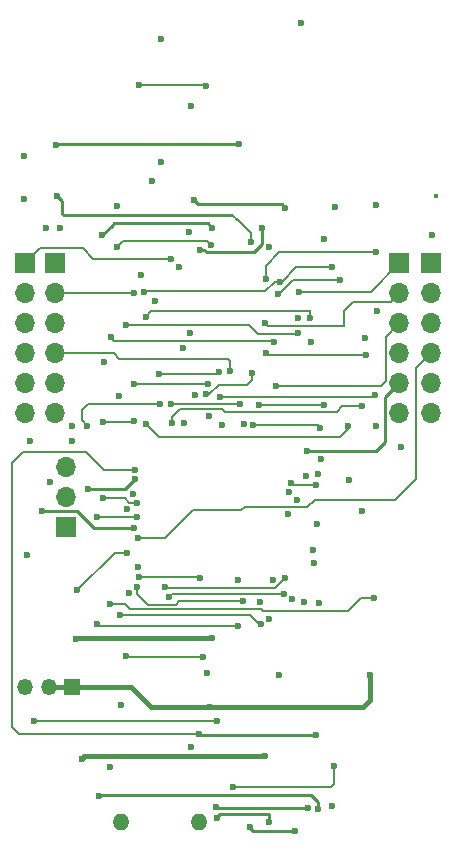
<source format=gbr>
G04 #@! TF.GenerationSoftware,KiCad,Pcbnew,(5.1.5)-3*
G04 #@! TF.CreationDate,2020-08-10T10:15:20+05:30*
G04 #@! TF.ProjectId,D_Tympan_DFMI_1.0,445f5479-6d70-4616-9e5f-44464d495f31,rev?*
G04 #@! TF.SameCoordinates,Original*
G04 #@! TF.FileFunction,Copper,L2,Inr*
G04 #@! TF.FilePolarity,Positive*
%FSLAX46Y46*%
G04 Gerber Fmt 4.6, Leading zero omitted, Abs format (unit mm)*
G04 Created by KiCad (PCBNEW (5.1.5)-3) date 2020-08-10 10:15:20*
%MOMM*%
%LPD*%
G04 APERTURE LIST*
%ADD10O,1.400000X1.400000*%
%ADD11R,1.700000X1.700000*%
%ADD12O,1.700000X1.700000*%
%ADD13R,1.350000X1.350000*%
%ADD14O,1.350000X1.350000*%
%ADD15C,0.600000*%
%ADD16C,0.450000*%
%ADD17C,0.250000*%
%ADD18C,0.381000*%
%ADD19C,0.203200*%
%ADD20C,0.177800*%
G04 APERTURE END LIST*
D10*
X124800000Y-119080000D03*
X131400000Y-119080000D03*
D11*
X120150000Y-94130000D03*
D12*
X120150000Y-91590000D03*
X120150000Y-89050000D03*
D11*
X151050000Y-71780000D03*
D12*
X151050000Y-74320000D03*
X151050000Y-76860000D03*
X151050000Y-79400000D03*
X151050000Y-81940000D03*
X151050000Y-84480000D03*
D11*
X119168000Y-71780000D03*
D12*
X119168000Y-74320000D03*
X119168000Y-76860000D03*
X119168000Y-79400000D03*
X119168000Y-81940000D03*
X119168000Y-84480000D03*
D11*
X116628000Y-71780000D03*
D12*
X116628000Y-74320000D03*
X116628000Y-76860000D03*
X116628000Y-79400000D03*
X116628000Y-81940000D03*
X116628000Y-84480000D03*
D11*
X148350000Y-71773000D03*
D12*
X148350000Y-74313000D03*
X148350000Y-76853000D03*
X148350000Y-79393000D03*
X148350000Y-81933000D03*
X148350000Y-84473000D03*
D13*
X120650000Y-107680000D03*
D14*
X118650000Y-107680000D03*
X116650000Y-107680000D03*
D15*
X116580000Y-62730000D03*
X130630000Y-77690000D03*
X132240000Y-84730000D03*
X123830000Y-114440000D03*
X146363780Y-85547380D03*
X137340000Y-101900000D03*
X120640000Y-86830000D03*
X131420000Y-70700000D03*
X140000000Y-51470000D03*
X136730000Y-68820000D03*
X137321380Y-70449620D03*
X118423780Y-68798620D03*
X119630280Y-68813860D03*
X130680000Y-112760000D03*
X145160000Y-92760000D03*
X138890000Y-92990000D03*
X125760000Y-91290000D03*
X140850000Y-78480000D03*
X142920000Y-67050000D03*
X151070000Y-69420000D03*
X124460000Y-66900000D03*
X120950000Y-103620000D03*
X145870000Y-106640000D03*
X132310000Y-109360000D03*
X132480000Y-103550000D03*
X128980020Y-71386880D03*
X148515160Y-87317760D03*
X130050000Y-78990000D03*
X130560000Y-69140000D03*
X117100000Y-86810000D03*
X137019120Y-73139480D03*
X146353620Y-70866180D03*
X146360000Y-66830000D03*
D16*
X151480000Y-66120000D03*
D15*
X119340000Y-66100000D03*
X135744040Y-69969560D03*
X116574660Y-66309420D03*
X138120000Y-106620000D03*
X136970000Y-113510000D03*
X121440000Y-113720000D03*
X127610000Y-74980000D03*
X127410000Y-64820000D03*
X122900000Y-116890000D03*
X141450000Y-117980000D03*
X121970000Y-90920000D03*
X125930000Y-90080000D03*
X141260000Y-111710000D03*
X131350000Y-111670000D03*
X125930000Y-89290000D03*
X142830000Y-114320000D03*
X134290000Y-116150000D03*
X127990000Y-81200000D03*
X133082120Y-81026180D03*
X121890000Y-85580000D03*
X128040000Y-83740000D03*
X125860000Y-74310000D03*
X132140000Y-81970000D03*
X125910000Y-81990000D03*
X142650000Y-117750000D03*
X132820000Y-117860000D03*
X140570000Y-117880000D03*
X120587860Y-85588020D03*
X133980000Y-80930000D03*
X129010000Y-83720000D03*
X134840000Y-83720000D03*
X131040000Y-82970000D03*
X139790000Y-76460000D03*
X139740000Y-77720000D03*
X125220000Y-77010000D03*
X125290000Y-92630000D03*
X126860000Y-76320000D03*
X140790000Y-76440000D03*
X123220000Y-85200000D03*
X123240000Y-91660000D03*
X125840000Y-85160000D03*
X126110000Y-92070000D03*
X131940000Y-82890000D03*
X135900000Y-81080000D03*
X138040200Y-74381540D03*
X123910180Y-78069620D03*
X143340000Y-73170000D03*
X141500000Y-100560000D03*
X137760000Y-78450000D03*
X138200000Y-73360000D03*
X142610000Y-72120000D03*
X140230000Y-100470000D03*
X126750000Y-74190000D03*
X134679780Y-102473940D03*
X122770000Y-102360000D03*
X123190000Y-69390000D03*
X123340000Y-80140000D03*
X132510000Y-68780000D03*
X124680000Y-101540000D03*
X136610180Y-102331700D03*
X124400000Y-70450000D03*
X124590000Y-83010000D03*
X132380000Y-70220000D03*
X130680000Y-58500000D03*
X129670000Y-72100000D03*
X126430000Y-72790000D03*
X126290000Y-56690000D03*
X131960000Y-56750000D03*
X133310000Y-85510000D03*
X134700000Y-98640000D03*
X139660000Y-91810000D03*
X137680000Y-98580000D03*
X130080000Y-85300000D03*
X140400000Y-89780000D03*
X141390000Y-93840000D03*
X128810000Y-100060000D03*
X138560000Y-99790000D03*
X141280000Y-90530000D03*
X141060000Y-96060000D03*
X139140000Y-90380000D03*
X141090000Y-97180000D03*
X135150000Y-85370000D03*
X141710000Y-88350000D03*
X138990000Y-91160000D03*
X141430000Y-89660000D03*
X141650000Y-85730000D03*
X135940000Y-85490000D03*
X144090000Y-90120000D03*
X128510000Y-99160000D03*
X138680000Y-98450000D03*
X136530000Y-100440000D03*
X135060000Y-100420000D03*
X126150000Y-99170000D03*
X126229200Y-97470140D03*
X131680000Y-105100000D03*
X125210000Y-105070000D03*
X125450000Y-99710000D03*
X126280000Y-98320000D03*
X131480000Y-98460000D03*
X121070000Y-99470000D03*
X125290000Y-96300000D03*
X123823820Y-100660380D03*
X146220000Y-100100000D03*
X124750920Y-109169380D03*
X135690000Y-119530000D03*
X139540000Y-119860000D03*
X132870000Y-118770000D03*
X137310000Y-119070000D03*
X116820000Y-96450000D03*
X118790000Y-90300000D03*
X132920000Y-110550000D03*
X117420000Y-110540000D03*
X141994980Y-69718100D03*
X141960000Y-83780000D03*
X136427300Y-83799860D03*
X138692980Y-67091740D03*
X130970000Y-66460000D03*
X140542100Y-87680980D03*
X137860000Y-82150000D03*
X145517960Y-79512340D03*
X137010000Y-79400000D03*
X132040000Y-106480000D03*
X139280000Y-100220000D03*
X119300080Y-61780600D03*
X134750000Y-61650000D03*
X128170000Y-63200000D03*
X128180000Y-52790000D03*
X125880000Y-94230000D03*
X118080000Y-92750000D03*
X126910000Y-85430000D03*
X144016820Y-85598180D03*
X145451920Y-78092480D03*
X146244400Y-82979440D03*
X133145620Y-83108980D03*
X146410000Y-75830000D03*
X126170000Y-95040000D03*
X145170000Y-83900000D03*
X129090000Y-85280000D03*
X126150000Y-93270000D03*
X122730000Y-93270000D03*
X136950000Y-76840000D03*
X139820740Y-74188500D03*
D17*
X136730000Y-69340000D02*
X136730000Y-68820000D01*
X131844264Y-70700000D02*
X131969265Y-70825001D01*
X131420000Y-70700000D02*
X131844264Y-70700000D01*
X136050597Y-70825001D02*
X135814999Y-70825001D01*
X136730000Y-70145598D02*
X136050597Y-70825001D01*
X136730000Y-68820000D02*
X136730000Y-70145598D01*
X131969265Y-70825001D02*
X135814999Y-70825001D01*
D18*
X118650000Y-107680000D02*
X120650000Y-107680000D01*
X145870000Y-108780000D02*
X145870000Y-106640000D01*
X145290000Y-109360000D02*
X145870000Y-108780000D01*
X132310000Y-109360000D02*
X145290000Y-109360000D01*
X132310000Y-109360000D02*
X127290000Y-109360000D01*
X127290000Y-109360000D02*
X125610000Y-107680000D01*
X120650000Y-107680000D02*
X125610000Y-107680000D01*
X121020000Y-103550000D02*
X120950000Y-103620000D01*
X132480000Y-103550000D02*
X121020000Y-103550000D01*
D19*
X128980020Y-71386880D02*
X122416880Y-71386880D01*
X122416880Y-71386880D02*
X121520000Y-70490000D01*
X121520000Y-70490000D02*
X117918000Y-70490000D01*
X117918000Y-70490000D02*
X116628000Y-71780000D01*
D20*
X138174820Y-70866180D02*
X146353620Y-70866180D01*
X137019120Y-72021880D02*
X138174820Y-70866180D01*
X137019120Y-73139480D02*
X137019120Y-72021880D01*
D17*
X119770000Y-67650000D02*
X119770000Y-66530000D01*
D19*
X135744040Y-69969560D02*
X135744040Y-69254040D01*
D17*
X119770000Y-66530000D02*
X119340000Y-66100000D01*
D19*
X119835000Y-67715000D02*
X119770000Y-67650000D01*
X134205000Y-67715000D02*
X134725000Y-68235000D01*
D17*
X130405000Y-67715000D02*
X134205000Y-67715000D01*
D19*
X134725000Y-68235000D02*
X134520000Y-68030000D01*
X135744040Y-69254040D02*
X134725000Y-68235000D01*
D17*
X130405000Y-67715000D02*
X119835000Y-67715000D01*
X130975000Y-67715000D02*
X130405000Y-67715000D01*
D18*
X136970000Y-113510000D02*
X121650000Y-113510000D01*
X121650000Y-113510000D02*
X121440000Y-113720000D01*
D17*
X122950000Y-116840000D02*
X122900000Y-116890000D01*
X122950000Y-116840000D02*
X132910000Y-116840000D01*
X132910000Y-116840000D02*
X140860000Y-116840000D01*
X141450000Y-117430000D02*
X140860000Y-116840000D01*
X141450000Y-117980000D02*
X141450000Y-117430000D01*
X132790000Y-116840000D02*
X132910000Y-116840000D01*
X125090000Y-90920000D02*
X125930000Y-90080000D01*
X125090000Y-90920000D02*
X121970000Y-90920000D01*
X131390000Y-111710000D02*
X131350000Y-111670000D01*
X141260000Y-111710000D02*
X131390000Y-111710000D01*
D19*
X125930000Y-89290000D02*
X123320000Y-89290000D01*
X116160000Y-111670000D02*
X131350000Y-111670000D01*
X115540000Y-111050000D02*
X116160000Y-111670000D01*
X115540000Y-88670000D02*
X115540000Y-111050000D01*
X116450000Y-87760000D02*
X115540000Y-88670000D01*
X121790000Y-87760000D02*
X116450000Y-87760000D01*
X123320000Y-89290000D02*
X121790000Y-87760000D01*
X142830000Y-115900000D02*
X142830000Y-114320000D01*
X142580000Y-116150000D02*
X142830000Y-115900000D01*
X134290000Y-116150000D02*
X142580000Y-116150000D01*
X132908300Y-81200000D02*
X133082120Y-81026180D01*
X127990000Y-81200000D02*
X132908300Y-81200000D01*
X121890000Y-85580000D02*
X121890000Y-85540000D01*
X121940000Y-83740000D02*
X128040000Y-83740000D01*
X121430000Y-84250000D02*
X121940000Y-83740000D01*
X121430000Y-85080000D02*
X121430000Y-84250000D01*
X121890000Y-85540000D02*
X121430000Y-85080000D01*
D20*
X119168000Y-74320000D02*
X125850000Y-74320000D01*
X125850000Y-74320000D02*
X125860000Y-74310000D01*
D19*
X132140000Y-81970000D02*
X125930000Y-81970000D01*
X125930000Y-81970000D02*
X125910000Y-81990000D01*
D17*
X132840000Y-117880000D02*
X132820000Y-117860000D01*
X140570000Y-117880000D02*
X132840000Y-117880000D01*
D20*
X124140000Y-79400000D02*
X119168000Y-79400000D01*
X124620000Y-79880000D02*
X124140000Y-79400000D01*
X133830000Y-79880000D02*
X124620000Y-79880000D01*
X133980000Y-80030000D02*
X133830000Y-79880000D01*
X133980000Y-80930000D02*
X133980000Y-80030000D01*
D19*
X129010000Y-83720000D02*
X134840000Y-83720000D01*
X136360000Y-77760000D02*
X139610000Y-77760000D01*
X125220000Y-77010000D02*
X135610000Y-77010000D01*
X135610000Y-77010000D02*
X136360000Y-77760000D01*
X127330000Y-75850000D02*
X126860000Y-76320000D01*
X140680000Y-75850000D02*
X127330000Y-75850000D01*
X140790000Y-75740000D02*
X140680000Y-75850000D01*
X140790000Y-76440000D02*
X140790000Y-75740000D01*
X123260000Y-91640000D02*
X123240000Y-91660000D01*
X123220000Y-85200000D02*
X125800000Y-85200000D01*
X125800000Y-85200000D02*
X125840000Y-85160000D01*
X123240000Y-91660000D02*
X125070000Y-91660000D01*
X126110000Y-92070000D02*
X125480000Y-92070000D01*
X125480000Y-92070000D02*
X125070000Y-91660000D01*
X135900000Y-81650000D02*
X135900000Y-81080000D01*
X135480000Y-82070000D02*
X135900000Y-81650000D01*
X133040000Y-82070000D02*
X135480000Y-82070000D01*
X132220000Y-82890000D02*
X133040000Y-82070000D01*
X131940000Y-82890000D02*
X132220000Y-82890000D01*
X131390000Y-78350000D02*
X124190560Y-78350000D01*
X124190560Y-78350000D02*
X123910180Y-78069620D01*
X138138460Y-74381540D02*
X138040200Y-74381540D01*
X138138460Y-74381540D02*
X139350000Y-73170000D01*
X143340000Y-73170000D02*
X139350000Y-73170000D01*
X131670000Y-78350000D02*
X131390000Y-78350000D01*
X137660000Y-78350000D02*
X137760000Y-78450000D01*
X137660000Y-78350000D02*
X131390000Y-78350000D01*
X138200000Y-73360000D02*
X138160000Y-73360000D01*
X138200000Y-73360000D02*
X137800000Y-73360000D01*
X137000000Y-74160000D02*
X127000000Y-74160000D01*
X137800000Y-73360000D02*
X137000000Y-74160000D01*
X139620000Y-72120000D02*
X142610000Y-72120000D01*
X138380000Y-73360000D02*
X139620000Y-72120000D01*
X138380000Y-73360000D02*
X138200000Y-73360000D01*
X134679780Y-102473940D02*
X122883940Y-102473940D01*
X122883940Y-102473940D02*
X122770000Y-102360000D01*
X123260000Y-69460000D02*
X123190000Y-69390000D01*
D20*
X123340000Y-69240000D02*
X123190000Y-69390000D01*
D17*
X123190000Y-69390000D02*
X123990000Y-68590000D01*
X132510000Y-68780000D02*
X132100000Y-68370000D01*
X124210000Y-68370000D02*
X123990000Y-68590000D01*
X132100000Y-68370000D02*
X124210000Y-68370000D01*
D19*
X135700000Y-101540000D02*
X124680000Y-101540000D01*
X136491700Y-102331700D02*
X135700000Y-101540000D01*
X136610180Y-102331700D02*
X136491700Y-102331700D01*
X124410000Y-70460000D02*
X124400000Y-70450000D01*
D20*
X132080001Y-69920001D02*
X132380000Y-70220000D01*
X124929999Y-69920001D02*
X132080001Y-69920001D01*
X124400000Y-70450000D02*
X124929999Y-69920001D01*
D19*
X126290000Y-56690000D02*
X131900000Y-56690000D01*
X131900000Y-56690000D02*
X131960000Y-56750000D01*
X129080000Y-99790000D02*
X128810000Y-100060000D01*
X138560000Y-99790000D02*
X129080000Y-99790000D01*
X141280000Y-90530000D02*
X139290000Y-90530000D01*
X139290000Y-90530000D02*
X139140000Y-90380000D01*
X141410000Y-85490000D02*
X141650000Y-85730000D01*
X135940000Y-85490000D02*
X141410000Y-85490000D01*
D20*
X128650000Y-99300000D02*
X128510000Y-99160000D01*
X137830000Y-99300000D02*
X128650000Y-99300000D01*
X138680000Y-98450000D02*
X137830000Y-99300000D01*
X126150000Y-99800000D02*
X126150000Y-99170000D01*
X127049498Y-100699498D02*
X126150000Y-99800000D01*
X129420502Y-100699498D02*
X127049498Y-100699498D01*
X129700000Y-100420000D02*
X129420502Y-100699498D01*
X135060000Y-100420000D02*
X129700000Y-100420000D01*
D19*
X131680000Y-105100000D02*
X125240000Y-105100000D01*
X125240000Y-105100000D02*
X125210000Y-105070000D01*
X126280000Y-98320000D02*
X131340000Y-98320000D01*
X131340000Y-98320000D02*
X131480000Y-98460000D01*
X125290000Y-96300000D02*
X124240000Y-96300000D01*
X124240000Y-96300000D02*
X121070000Y-99470000D01*
X125130380Y-100660380D02*
X123823820Y-100660380D01*
X125540000Y-101070000D02*
X125130380Y-100660380D01*
X136600000Y-101070000D02*
X125540000Y-101070000D01*
X136770000Y-101240000D02*
X136600000Y-101070000D01*
X136770000Y-101240000D02*
X138680000Y-101240000D01*
X145130000Y-100130000D02*
X145670000Y-100130000D01*
X145670000Y-100130000D02*
X146050000Y-100130000D01*
X144020000Y-101240000D02*
X145130000Y-100130000D01*
X138620000Y-101240000D02*
X138680000Y-101240000D01*
X138680000Y-101240000D02*
X144020000Y-101240000D01*
X145670000Y-100130000D02*
X146190000Y-100130000D01*
X146190000Y-100130000D02*
X146220000Y-100100000D01*
D17*
X135690000Y-119530000D02*
X135690000Y-119630000D01*
X135690000Y-119630000D02*
X135920000Y-119860000D01*
X135920000Y-119860000D02*
X139540000Y-119860000D01*
X132870000Y-118770000D02*
X132870000Y-118700000D01*
X132870000Y-118700000D02*
X133150000Y-118420000D01*
X133150000Y-118420000D02*
X137270000Y-118420000D01*
X137270000Y-118420000D02*
X137310000Y-118460000D01*
X137310000Y-118460000D02*
X137310000Y-119070000D01*
D19*
X132920000Y-110550000D02*
X117430000Y-110550000D01*
X117430000Y-110550000D02*
X117420000Y-110540000D01*
D20*
X136427300Y-83799860D02*
X136447620Y-83779540D01*
D19*
X136447160Y-83780000D02*
X136427300Y-83799860D01*
X141960000Y-83780000D02*
X136447160Y-83780000D01*
D17*
X138692980Y-67091740D02*
X138392981Y-66791741D01*
X131301741Y-66791741D02*
X130970000Y-66460000D01*
X135041741Y-66791741D02*
X131301741Y-66791741D01*
X135041741Y-66791741D02*
X134901741Y-66791741D01*
X138392981Y-66791741D02*
X135041741Y-66791741D01*
X147140000Y-83143000D02*
X148350000Y-81933000D01*
X147140000Y-86940000D02*
X147140000Y-83143000D01*
X146399020Y-87680980D02*
X147140000Y-86940000D01*
X140542100Y-87680980D02*
X146399020Y-87680980D01*
D19*
X148350000Y-76853000D02*
X147170000Y-78033000D01*
X137860000Y-82150000D02*
X146810000Y-82150000D01*
X146810000Y-82150000D02*
X147170000Y-81790000D01*
X147170000Y-81790000D02*
X147170000Y-78033000D01*
X137122340Y-79512340D02*
X137010000Y-79400000D01*
X145517960Y-79512340D02*
X137122340Y-79512340D01*
D17*
X134750000Y-61650000D02*
X119430680Y-61650000D01*
X119430680Y-61650000D02*
X119300080Y-61780600D01*
X118850000Y-92800000D02*
X121050000Y-92800000D01*
X121050000Y-92800000D02*
X122480000Y-94230000D01*
X122480000Y-94230000D02*
X125880000Y-94230000D01*
D19*
X118570000Y-92800000D02*
X118850000Y-92800000D01*
D17*
X118850000Y-92800000D02*
X118130000Y-92800000D01*
X118130000Y-92800000D02*
X118080000Y-92750000D01*
D19*
X144016820Y-85598180D02*
X144016820Y-85813180D01*
X144016820Y-85813180D02*
X143350000Y-86480000D01*
X143350000Y-86480000D02*
X127960000Y-86480000D01*
X127960000Y-86480000D02*
X126910000Y-85430000D01*
D20*
X146114860Y-83108980D02*
X146244400Y-82979440D01*
X133145620Y-83108980D02*
X146114860Y-83108980D01*
D19*
X151050000Y-79400000D02*
X149780000Y-80670000D01*
X134960000Y-92700000D02*
X130840000Y-92700000D01*
X135260000Y-92400000D02*
X134960000Y-92700000D01*
X140560000Y-92400000D02*
X135260000Y-92400000D01*
X141160000Y-91800000D02*
X140560000Y-92400000D01*
X141170000Y-91800000D02*
X141160000Y-91800000D01*
X128480000Y-95040000D02*
X126170000Y-95040000D01*
X128480000Y-95040000D02*
X130150000Y-93370000D01*
X130150000Y-93370000D02*
X130170000Y-93370000D01*
X130170000Y-93370000D02*
X130840000Y-92700000D01*
X141170000Y-91800000D02*
X147990000Y-91800000D01*
X147990000Y-91800000D02*
X149780000Y-90010000D01*
X149780000Y-90010000D02*
X149780000Y-80670000D01*
X145170000Y-83900000D02*
X143520000Y-83900000D01*
X129090000Y-84820000D02*
X129090000Y-85280000D01*
X129806798Y-84103202D02*
X129090000Y-84820000D01*
X133313202Y-84103202D02*
X129806798Y-84103202D01*
X133600000Y-84390000D02*
X133313202Y-84103202D01*
X143030000Y-84390000D02*
X133600000Y-84390000D01*
X143520000Y-83900000D02*
X143030000Y-84390000D01*
X129090000Y-85280000D02*
X129090000Y-85020000D01*
X126150000Y-93270000D02*
X122730000Y-93270000D01*
X137220000Y-77110000D02*
X136950000Y-76840000D01*
X143690000Y-77110000D02*
X137220000Y-77110000D01*
D20*
X143690000Y-77110000D02*
X143690000Y-75790000D01*
X147603000Y-75060000D02*
X148350000Y-74313000D01*
X144420000Y-75060000D02*
X147603000Y-75060000D01*
X143690000Y-75790000D02*
X144420000Y-75060000D01*
X145934500Y-74188500D02*
X148350000Y-71773000D01*
X139820740Y-74188500D02*
X145934500Y-74188500D01*
M02*

</source>
